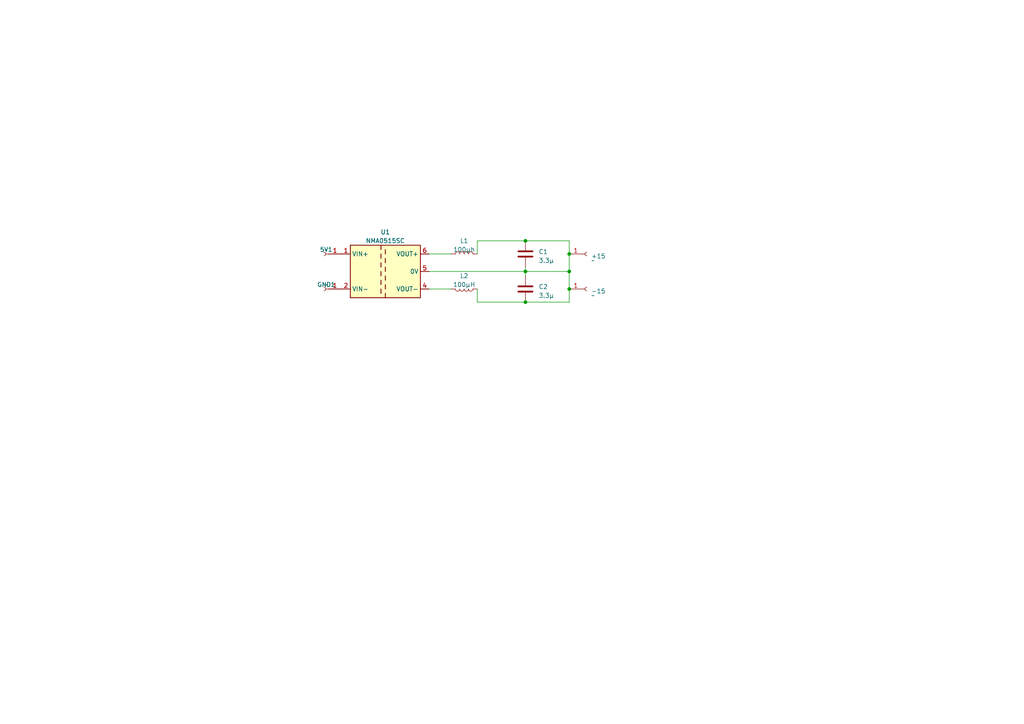
<source format=kicad_sch>
(kicad_sch (version 20230121) (generator eeschema)

  (uuid a70d9271-634f-4225-bc65-1f2fbe5a6f65)

  (paper "A4")

  (lib_symbols
    (symbol "Connector:Conn_01x01_Socket" (pin_names (offset 1.016) hide) (in_bom yes) (on_board yes)
      (property "Reference" "J" (at 0 2.54 0)
        (effects (font (size 1.27 1.27)))
      )
      (property "Value" "Conn_01x01_Socket" (at 0 -2.54 0)
        (effects (font (size 1.27 1.27)))
      )
      (property "Footprint" "" (at 0 0 0)
        (effects (font (size 1.27 1.27)) hide)
      )
      (property "Datasheet" "~" (at 0 0 0)
        (effects (font (size 1.27 1.27)) hide)
      )
      (property "ki_locked" "" (at 0 0 0)
        (effects (font (size 1.27 1.27)))
      )
      (property "ki_keywords" "connector" (at 0 0 0)
        (effects (font (size 1.27 1.27)) hide)
      )
      (property "ki_description" "Generic connector, single row, 01x01, script generated" (at 0 0 0)
        (effects (font (size 1.27 1.27)) hide)
      )
      (property "ki_fp_filters" "Connector*:*_1x??_*" (at 0 0 0)
        (effects (font (size 1.27 1.27)) hide)
      )
      (symbol "Conn_01x01_Socket_1_1"
        (polyline
          (pts
            (xy -1.27 0)
            (xy -0.508 0)
          )
          (stroke (width 0.1524) (type default))
          (fill (type none))
        )
        (arc (start 0 0.508) (mid -0.5058 0) (end 0 -0.508)
          (stroke (width 0.1524) (type default))
          (fill (type none))
        )
        (pin passive line (at -5.08 0 0) (length 3.81)
          (name "Pin_1" (effects (font (size 1.27 1.27))))
          (number "1" (effects (font (size 1.27 1.27))))
        )
      )
    )
    (symbol "Device:C" (pin_numbers hide) (pin_names (offset 0.254)) (in_bom yes) (on_board yes)
      (property "Reference" "C" (at 0.635 2.54 0)
        (effects (font (size 1.27 1.27)) (justify left))
      )
      (property "Value" "C" (at 0.635 -2.54 0)
        (effects (font (size 1.27 1.27)) (justify left))
      )
      (property "Footprint" "" (at 0.9652 -3.81 0)
        (effects (font (size 1.27 1.27)) hide)
      )
      (property "Datasheet" "~" (at 0 0 0)
        (effects (font (size 1.27 1.27)) hide)
      )
      (property "ki_keywords" "cap capacitor" (at 0 0 0)
        (effects (font (size 1.27 1.27)) hide)
      )
      (property "ki_description" "Unpolarized capacitor" (at 0 0 0)
        (effects (font (size 1.27 1.27)) hide)
      )
      (property "ki_fp_filters" "C_*" (at 0 0 0)
        (effects (font (size 1.27 1.27)) hide)
      )
      (symbol "C_0_1"
        (polyline
          (pts
            (xy -2.032 -0.762)
            (xy 2.032 -0.762)
          )
          (stroke (width 0.508) (type default))
          (fill (type none))
        )
        (polyline
          (pts
            (xy -2.032 0.762)
            (xy 2.032 0.762)
          )
          (stroke (width 0.508) (type default))
          (fill (type none))
        )
      )
      (symbol "C_1_1"
        (pin passive line (at 0 3.81 270) (length 2.794)
          (name "~" (effects (font (size 1.27 1.27))))
          (number "1" (effects (font (size 1.27 1.27))))
        )
        (pin passive line (at 0 -3.81 90) (length 2.794)
          (name "~" (effects (font (size 1.27 1.27))))
          (number "2" (effects (font (size 1.27 1.27))))
        )
      )
    )
    (symbol "Device:L" (pin_numbers hide) (pin_names (offset 1.016) hide) (in_bom yes) (on_board yes)
      (property "Reference" "L" (at -1.27 0 90)
        (effects (font (size 1.27 1.27)))
      )
      (property "Value" "L" (at 1.905 0 90)
        (effects (font (size 1.27 1.27)))
      )
      (property "Footprint" "" (at 0 0 0)
        (effects (font (size 1.27 1.27)) hide)
      )
      (property "Datasheet" "~" (at 0 0 0)
        (effects (font (size 1.27 1.27)) hide)
      )
      (property "ki_keywords" "inductor choke coil reactor magnetic" (at 0 0 0)
        (effects (font (size 1.27 1.27)) hide)
      )
      (property "ki_description" "Inductor" (at 0 0 0)
        (effects (font (size 1.27 1.27)) hide)
      )
      (property "ki_fp_filters" "Choke_* *Coil* Inductor_* L_*" (at 0 0 0)
        (effects (font (size 1.27 1.27)) hide)
      )
      (symbol "L_0_1"
        (arc (start 0 -2.54) (mid 0.6323 -1.905) (end 0 -1.27)
          (stroke (width 0) (type default))
          (fill (type none))
        )
        (arc (start 0 -1.27) (mid 0.6323 -0.635) (end 0 0)
          (stroke (width 0) (type default))
          (fill (type none))
        )
        (arc (start 0 0) (mid 0.6323 0.635) (end 0 1.27)
          (stroke (width 0) (type default))
          (fill (type none))
        )
        (arc (start 0 1.27) (mid 0.6323 1.905) (end 0 2.54)
          (stroke (width 0) (type default))
          (fill (type none))
        )
      )
      (symbol "L_1_1"
        (pin passive line (at 0 3.81 270) (length 1.27)
          (name "1" (effects (font (size 1.27 1.27))))
          (number "1" (effects (font (size 1.27 1.27))))
        )
        (pin passive line (at 0 -3.81 90) (length 1.27)
          (name "2" (effects (font (size 1.27 1.27))))
          (number "2" (effects (font (size 1.27 1.27))))
        )
      )
    )
    (symbol "Regulator_Switching:NMA0515SC" (in_bom yes) (on_board yes)
      (property "Reference" "U" (at -10.16 8.89 0)
        (effects (font (size 1.27 1.27)) (justify left))
      )
      (property "Value" "NMA0515SC" (at 0 8.89 0)
        (effects (font (size 1.27 1.27)) (justify left))
      )
      (property "Footprint" "Converter_DCDC:Converter_DCDC_Murata_NMAxxxxSC_THT" (at 0 -8.89 0)
        (effects (font (size 1.27 1.27) italic) hide)
      )
      (property "Datasheet" "http://power.murata.com/data/power/ncl/kdc_nma.pdf" (at 0 0 0)
        (effects (font (size 1.27 1.27)) hide)
      )
      (property "ki_keywords" "Murata isolated isolation dc-dc converter" (at 0 0 0)
        (effects (font (size 1.27 1.27)) hide)
      )
      (property "ki_description" "+/-33mA Isolated 1W Dual output DC/DC Converter Module, 5V Input Voltage, +/-15V Output Voltage, SIP3" (at 0 0 0)
        (effects (font (size 1.27 1.27)) hide)
      )
      (property "ki_fp_filters" "Converter*DCDC*Murata*NMAxxxxSC*" (at 0 0 0)
        (effects (font (size 1.27 1.27)) hide)
      )
      (symbol "NMA0515SC_0_1"
        (rectangle (start -10.16 7.62) (end 10.16 -7.62)
          (stroke (width 0.254) (type default))
          (fill (type background))
        )
        (polyline
          (pts
            (xy -1.27 -5.08)
            (xy -1.27 -6.35)
          )
          (stroke (width 0.254) (type default))
          (fill (type none))
        )
        (polyline
          (pts
            (xy -1.27 -2.54)
            (xy -1.27 -3.81)
          )
          (stroke (width 0.254) (type default))
          (fill (type none))
        )
        (polyline
          (pts
            (xy -1.27 0)
            (xy -1.27 -1.27)
          )
          (stroke (width 0.254) (type default))
          (fill (type none))
        )
        (polyline
          (pts
            (xy -1.27 2.54)
            (xy -1.27 1.27)
          )
          (stroke (width 0.254) (type default))
          (fill (type none))
        )
        (polyline
          (pts
            (xy -1.27 5.08)
            (xy -1.27 3.81)
          )
          (stroke (width 0.254) (type default))
          (fill (type none))
        )
        (polyline
          (pts
            (xy -1.27 7.62)
            (xy -1.27 6.35)
          )
          (stroke (width 0.254) (type default))
          (fill (type none))
        )
        (polyline
          (pts
            (xy 0 -7.62)
            (xy 0 -6.35)
          )
          (stroke (width 0.254) (type default))
          (fill (type none))
        )
        (polyline
          (pts
            (xy 0 -5.08)
            (xy 0 -3.81)
          )
          (stroke (width 0.254) (type default))
          (fill (type none))
        )
        (polyline
          (pts
            (xy 0 -1.27)
            (xy 0 -2.54)
          )
          (stroke (width 0.254) (type default))
          (fill (type none))
        )
        (polyline
          (pts
            (xy 0 0)
            (xy 0 1.27)
          )
          (stroke (width 0.254) (type default))
          (fill (type none))
        )
        (polyline
          (pts
            (xy 0 2.54)
            (xy 0 3.81)
          )
          (stroke (width 0.254) (type default))
          (fill (type none))
        )
        (polyline
          (pts
            (xy 0 5.08)
            (xy 0 6.35)
          )
          (stroke (width 0.254) (type default))
          (fill (type none))
        )
      )
      (symbol "NMA0515SC_1_1"
        (pin power_in line (at -12.7 5.08 0) (length 2.54)
          (name "VIN+" (effects (font (size 1.27 1.27))))
          (number "1" (effects (font (size 1.27 1.27))))
        )
        (pin power_in line (at -12.7 -5.08 0) (length 2.54)
          (name "VIN-" (effects (font (size 1.27 1.27))))
          (number "2" (effects (font (size 1.27 1.27))))
        )
        (pin power_out line (at 12.7 -5.08 180) (length 2.54)
          (name "VOUT-" (effects (font (size 1.27 1.27))))
          (number "4" (effects (font (size 1.27 1.27))))
        )
        (pin power_out line (at 12.7 0 180) (length 2.54)
          (name "0V" (effects (font (size 1.27 1.27))))
          (number "5" (effects (font (size 1.27 1.27))))
        )
        (pin power_out line (at 12.7 5.08 180) (length 2.54)
          (name "VOUT+" (effects (font (size 1.27 1.27))))
          (number "6" (effects (font (size 1.27 1.27))))
        )
      )
    )
  )

  (junction (at 165.1 78.74) (diameter 0) (color 0 0 0 0)
    (uuid 11adb6eb-34bc-4af2-b8c6-2506023453f8)
  )
  (junction (at 152.4 87.63) (diameter 0) (color 0 0 0 0)
    (uuid 68df1a76-d984-445c-a236-0f6d35552d36)
  )
  (junction (at 165.1 73.66) (diameter 0) (color 0 0 0 0)
    (uuid 81f50e04-f382-4e4b-b3b4-7be3122a8b41)
  )
  (junction (at 152.4 78.74) (diameter 0) (color 0 0 0 0)
    (uuid bf79601e-b8a9-4805-8427-930ef0cea63c)
  )
  (junction (at 165.1 83.82) (diameter 0) (color 0 0 0 0)
    (uuid cabf80d4-8f66-4f06-a8ae-21bd2fa6709b)
  )
  (junction (at 152.4 69.85) (diameter 0) (color 0 0 0 0)
    (uuid cb497fae-16e4-4946-a531-22912e1eb855)
  )

  (wire (pts (xy 124.46 78.74) (xy 152.4 78.74))
    (stroke (width 0) (type default))
    (uuid 11a1334c-fff1-4bcc-b2da-eac8bb6f56c5)
  )
  (wire (pts (xy 165.1 87.63) (xy 152.4 87.63))
    (stroke (width 0) (type default))
    (uuid 2aacac96-adb6-4bcb-8c9b-04bf1f350130)
  )
  (wire (pts (xy 165.1 83.82) (xy 165.1 87.63))
    (stroke (width 0) (type default))
    (uuid 3bc72c09-a79a-44cc-894e-bf4f0e9c4abd)
  )
  (wire (pts (xy 124.46 83.82) (xy 130.81 83.82))
    (stroke (width 0) (type default))
    (uuid 5b38a5cd-db7a-4b07-8dda-831b9bab947b)
  )
  (wire (pts (xy 138.43 87.63) (xy 138.43 83.82))
    (stroke (width 0) (type default))
    (uuid 656f186c-8747-4a18-ba8b-8a52bc478b8a)
  )
  (wire (pts (xy 152.4 78.74) (xy 152.4 77.47))
    (stroke (width 0) (type default))
    (uuid 68c90d3d-df12-44c4-937a-397378584436)
  )
  (wire (pts (xy 138.43 69.85) (xy 138.43 73.66))
    (stroke (width 0) (type default))
    (uuid 727fe4c9-f2fa-4d43-93e7-62855396c5cf)
  )
  (wire (pts (xy 124.46 73.66) (xy 130.81 73.66))
    (stroke (width 0) (type default))
    (uuid 8b33abe8-c2ac-4c18-af02-9388bcfbbeea)
  )
  (wire (pts (xy 152.4 87.63) (xy 138.43 87.63))
    (stroke (width 0) (type default))
    (uuid 9a5c9ab8-87c1-4d85-a9cb-37164e3e6ca6)
  )
  (wire (pts (xy 152.4 78.74) (xy 152.4 80.01))
    (stroke (width 0) (type default))
    (uuid ae4a905c-4781-483e-a865-3a5cba39aa43)
  )
  (wire (pts (xy 165.1 78.74) (xy 165.1 83.82))
    (stroke (width 0) (type default))
    (uuid af57375c-06d9-4aa0-a213-057465dca7ac)
  )
  (wire (pts (xy 165.1 73.66) (xy 165.1 78.74))
    (stroke (width 0) (type default))
    (uuid b836a451-50c8-485b-b725-a9ac9424510b)
  )
  (wire (pts (xy 152.4 69.85) (xy 138.43 69.85))
    (stroke (width 0) (type default))
    (uuid ca502f27-bf90-4f33-b565-110822b9ccd0)
  )
  (wire (pts (xy 152.4 69.85) (xy 165.1 69.85))
    (stroke (width 0) (type default))
    (uuid d555da02-481f-4d88-9a24-f5143c6ae376)
  )
  (wire (pts (xy 165.1 69.85) (xy 165.1 73.66))
    (stroke (width 0) (type default))
    (uuid de7030cc-ff9f-4d74-9ac4-1a847b49c2f6)
  )
  (wire (pts (xy 152.4 78.74) (xy 165.1 78.74))
    (stroke (width 0) (type default))
    (uuid efdd6ecb-c992-4600-a7bf-05eaf4a4d2dc)
  )

  (symbol (lib_id "Device:C") (at 152.4 73.66 180) (unit 1)
    (in_bom yes) (on_board yes) (dnp no) (fields_autoplaced)
    (uuid 15aaaf61-fa2d-4fce-ab5e-cf1f78c1a295)
    (property "Reference" "C1" (at 156.21 73.025 0)
      (effects (font (size 1.27 1.27)) (justify right))
    )
    (property "Value" "3.3µ" (at 156.21 75.565 0)
      (effects (font (size 1.27 1.27)) (justify right))
    )
    (property "Footprint" "Capacitor_THT:C_Rect_L4.6mm_W2.0mm_P2.50mm_MKS02_FKP02" (at 151.4348 69.85 0)
      (effects (font (size 1.27 1.27)) hide)
    )
    (property "Datasheet" "~" (at 152.4 73.66 0)
      (effects (font (size 1.27 1.27)) hide)
    )
    (pin "1" (uuid e856d3b4-1f82-4453-a763-4cf91f3acd50))
    (pin "2" (uuid 39ef89b3-c12d-4d7b-a8d1-48312beb1911))
    (instances
      (project "nma0515solosboard"
        (path "/a70d9271-634f-4225-bc65-1f2fbe5a6f65"
          (reference "C1") (unit 1)
        )
      )
    )
  )

  (symbol (lib_id "Device:L") (at 134.62 73.66 270) (mirror x) (unit 1)
    (in_bom yes) (on_board yes) (dnp no)
    (uuid 1a52ddb4-6634-452f-85aa-c60f36932cbd)
    (property "Reference" "L1" (at 134.62 69.85 90)
      (effects (font (size 1.27 1.27)))
    )
    (property "Value" "100µh" (at 134.62 72.39 90)
      (effects (font (size 1.27 1.27)))
    )
    (property "Footprint" "Resistor_THT:R_Axial_DIN0207_L6.3mm_D2.5mm_P2.54mm_Vertical" (at 134.62 73.66 0)
      (effects (font (size 1.27 1.27)) hide)
    )
    (property "Datasheet" "~" (at 134.62 73.66 0)
      (effects (font (size 1.27 1.27)) hide)
    )
    (pin "1" (uuid 4e9aded3-9020-4bfb-97fc-77a5fac642fd))
    (pin "2" (uuid 3188e2b6-6d17-4701-8940-e4ebd3a2b2b7))
    (instances
      (project "nma0515solosboard"
        (path "/a70d9271-634f-4225-bc65-1f2fbe5a6f65"
          (reference "L1") (unit 1)
        )
      )
    )
  )

  (symbol (lib_id "Connector:Conn_01x01_Socket") (at 93.98 73.66 180) (unit 1)
    (in_bom yes) (on_board yes) (dnp no) (fields_autoplaced)
    (uuid 1b39ccac-f423-4b59-8db4-39e059be0e85)
    (property "Reference" "5V1" (at 94.615 72.39 0)
      (effects (font (size 1.27 1.27)))
    )
    (property "Value" "~" (at 94.615 72.39 0)
      (effects (font (size 1.27 1.27)))
    )
    (property "Footprint" "Connector_Pin:Pin_D0.9mm_L10.0mm_W2.4mm_FlatFork" (at 93.98 73.66 0)
      (effects (font (size 1.27 1.27)) hide)
    )
    (property "Datasheet" "~" (at 93.98 73.66 0)
      (effects (font (size 1.27 1.27)) hide)
    )
    (pin "1" (uuid 9b36b967-e9e3-4ace-893b-5830dc6eb66f))
    (instances
      (project "nma0515solosboard"
        (path "/a70d9271-634f-4225-bc65-1f2fbe5a6f65"
          (reference "5V1") (unit 1)
        )
      )
    )
  )

  (symbol (lib_id "Connector:Conn_01x01_Socket") (at 170.18 73.66 0) (unit 1)
    (in_bom yes) (on_board yes) (dnp no) (fields_autoplaced)
    (uuid 5a3a14f9-8d4f-4f88-9117-69b00f3fcfe9)
    (property "Reference" "+15" (at 171.45 74.295 0)
      (effects (font (size 1.27 1.27)) (justify left))
    )
    (property "Value" "~" (at 171.45 75.565 0)
      (effects (font (size 1.27 1.27)) (justify left))
    )
    (property "Footprint" "Connector_Pin:Pin_D0.9mm_L10.0mm_W2.4mm_FlatFork" (at 170.18 73.66 0)
      (effects (font (size 1.27 1.27)) hide)
    )
    (property "Datasheet" "~" (at 170.18 73.66 0)
      (effects (font (size 1.27 1.27)) hide)
    )
    (pin "1" (uuid d3e7e7fc-a334-440b-8360-a7e9e971ce42))
    (instances
      (project "nma0515solosboard"
        (path "/a70d9271-634f-4225-bc65-1f2fbe5a6f65"
          (reference "+15") (unit 1)
        )
      )
    )
  )

  (symbol (lib_id "Device:C") (at 152.4 83.82 0) (unit 1)
    (in_bom yes) (on_board yes) (dnp no) (fields_autoplaced)
    (uuid 9381fc87-28de-43f4-ace8-8eb59cf25864)
    (property "Reference" "C2" (at 156.21 83.185 0)
      (effects (font (size 1.27 1.27)) (justify left))
    )
    (property "Value" "3.3µ" (at 156.21 85.725 0)
      (effects (font (size 1.27 1.27)) (justify left))
    )
    (property "Footprint" "Capacitor_THT:C_Rect_L4.6mm_W2.0mm_P2.50mm_MKS02_FKP02" (at 153.3652 87.63 0)
      (effects (font (size 1.27 1.27)) hide)
    )
    (property "Datasheet" "~" (at 152.4 83.82 0)
      (effects (font (size 1.27 1.27)) hide)
    )
    (pin "1" (uuid 718b94a6-b1bc-4188-bf08-e32f5c350f48))
    (pin "2" (uuid 83e865dc-e833-4700-b318-820ac6e496ad))
    (instances
      (project "nma0515solosboard"
        (path "/a70d9271-634f-4225-bc65-1f2fbe5a6f65"
          (reference "C2") (unit 1)
        )
      )
    )
  )

  (symbol (lib_id "Regulator_Switching:NMA0515SC") (at 111.76 78.74 0) (unit 1)
    (in_bom yes) (on_board yes) (dnp no) (fields_autoplaced)
    (uuid 94ba2089-c58e-47bc-8ce5-f0a1400d4cee)
    (property "Reference" "U1" (at 111.76 67.31 0)
      (effects (font (size 1.27 1.27)))
    )
    (property "Value" "NMA0515SC" (at 111.76 69.85 0)
      (effects (font (size 1.27 1.27)))
    )
    (property "Footprint" "Converter_DCDC:Converter_DCDC_Murata_NMAxxxxSC_THT" (at 111.76 87.63 0)
      (effects (font (size 1.27 1.27) italic) hide)
    )
    (property "Datasheet" "http://power.murata.com/data/power/ncl/kdc_nma.pdf" (at 111.76 78.74 0)
      (effects (font (size 1.27 1.27)) hide)
    )
    (pin "1" (uuid 65c89269-ab17-4334-8c36-792f9351a572))
    (pin "2" (uuid 8e2550c4-da04-4825-8998-f89ba0628b83))
    (pin "4" (uuid 178d3e18-d6f6-4adf-9265-38d1b9e305dd))
    (pin "5" (uuid 6707b3af-86cf-499d-b46f-54f7ed88e972))
    (pin "6" (uuid d1f273f6-07cf-49c7-a224-ed33f96fb9fd))
    (instances
      (project "nma0515solosboard"
        (path "/a70d9271-634f-4225-bc65-1f2fbe5a6f65"
          (reference "U1") (unit 1)
        )
      )
    )
  )

  (symbol (lib_id "Device:L") (at 134.62 83.82 270) (unit 1)
    (in_bom yes) (on_board yes) (dnp no) (fields_autoplaced)
    (uuid bd63bb07-5371-4932-86cc-ab6353821220)
    (property "Reference" "L2" (at 134.62 80.01 90)
      (effects (font (size 1.27 1.27)))
    )
    (property "Value" "100µH" (at 134.62 82.55 90)
      (effects (font (size 1.27 1.27)))
    )
    (property "Footprint" "Resistor_THT:R_Axial_DIN0207_L6.3mm_D2.5mm_P2.54mm_Vertical" (at 134.62 83.82 0)
      (effects (font (size 1.27 1.27)) hide)
    )
    (property "Datasheet" "~" (at 134.62 83.82 0)
      (effects (font (size 1.27 1.27)) hide)
    )
    (pin "1" (uuid c23cf1ce-108f-4404-b396-c2ce74e2d292))
    (pin "2" (uuid 7e912736-ba97-4ad6-a940-048a7718eb1c))
    (instances
      (project "nma0515solosboard"
        (path "/a70d9271-634f-4225-bc65-1f2fbe5a6f65"
          (reference "L2") (unit 1)
        )
      )
    )
  )

  (symbol (lib_id "Connector:Conn_01x01_Socket") (at 170.18 83.82 0) (unit 1)
    (in_bom yes) (on_board yes) (dnp no) (fields_autoplaced)
    (uuid bf319ec9-5471-4275-aa96-792b4124f381)
    (property "Reference" "-15" (at 171.45 84.455 0)
      (effects (font (size 1.27 1.27)) (justify left))
    )
    (property "Value" "~" (at 171.45 85.725 0)
      (effects (font (size 1.27 1.27)) (justify left))
    )
    (property "Footprint" "Connector_Pin:Pin_D0.9mm_L10.0mm_W2.4mm_FlatFork" (at 170.18 83.82 0)
      (effects (font (size 1.27 1.27)) hide)
    )
    (property "Datasheet" "~" (at 170.18 83.82 0)
      (effects (font (size 1.27 1.27)) hide)
    )
    (pin "1" (uuid fcd5c035-18cf-4d06-b32e-99d84b9e8e19))
    (instances
      (project "nma0515solosboard"
        (path "/a70d9271-634f-4225-bc65-1f2fbe5a6f65"
          (reference "-15") (unit 1)
        )
      )
    )
  )

  (symbol (lib_id "Connector:Conn_01x01_Socket") (at 93.98 83.82 180) (unit 1)
    (in_bom yes) (on_board yes) (dnp no) (fields_autoplaced)
    (uuid c531c078-f721-42fd-a94f-a5c5e3a78b57)
    (property "Reference" "GND1" (at 94.615 82.55 0)
      (effects (font (size 1.27 1.27)))
    )
    (property "Value" "~" (at 94.615 82.55 0)
      (effects (font (size 1.27 1.27)))
    )
    (property "Footprint" "Connector_Pin:Pin_D0.9mm_L10.0mm_W2.4mm_FlatFork" (at 93.98 83.82 0)
      (effects (font (size 1.27 1.27)) hide)
    )
    (property "Datasheet" "~" (at 93.98 83.82 0)
      (effects (font (size 1.27 1.27)) hide)
    )
    (pin "1" (uuid 14aa66c3-ce10-406e-9998-cec4944a2bc0))
    (instances
      (project "nma0515solosboard"
        (path "/a70d9271-634f-4225-bc65-1f2fbe5a6f65"
          (reference "GND1") (unit 1)
        )
      )
    )
  )

  (sheet_instances
    (path "/" (page "1"))
  )
)

</source>
